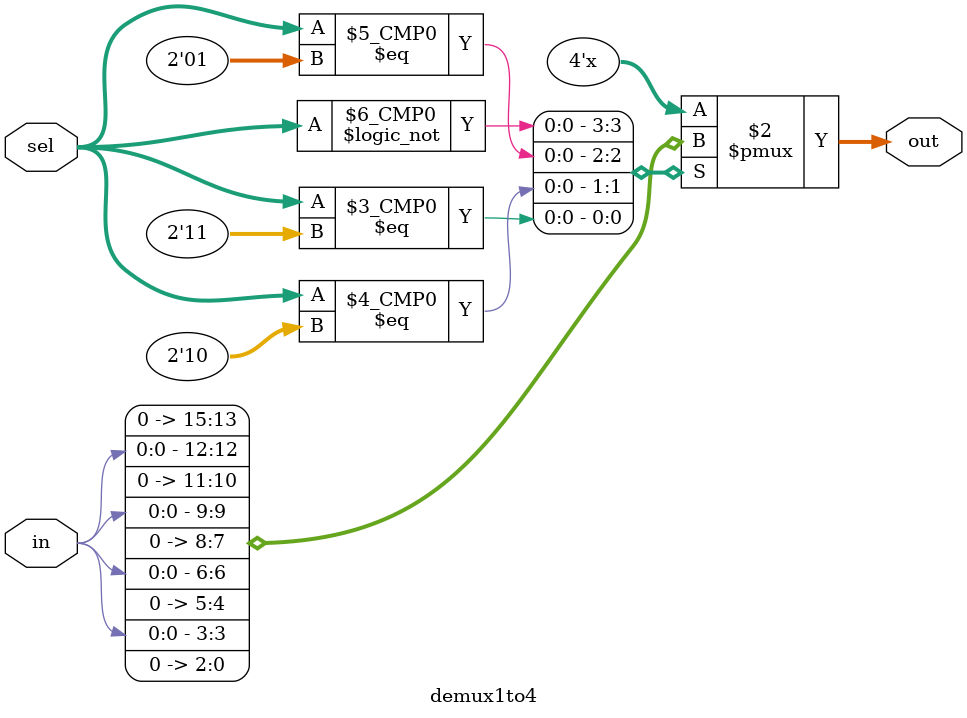
<source format=v>
module demux1to4 (in, sel, out);
    input in;
    input [1:0]sel;
    output reg [3:0]out;
always @(*) begin
    case (sel)
        2'h0:out = {1'b0,1'b0,1'b0,in};
        2'h1:out = {1'b0,1'b0,in,1'b0};
        2'h2:out = {1'b0,in,1'b0,1'b0};
        2'h3:out = {in,1'b0,1'b0,1'b0};
        default:out = {1'b0,1'b0,1'b0,1'b0};
    endcase
end
endmodule
</source>
